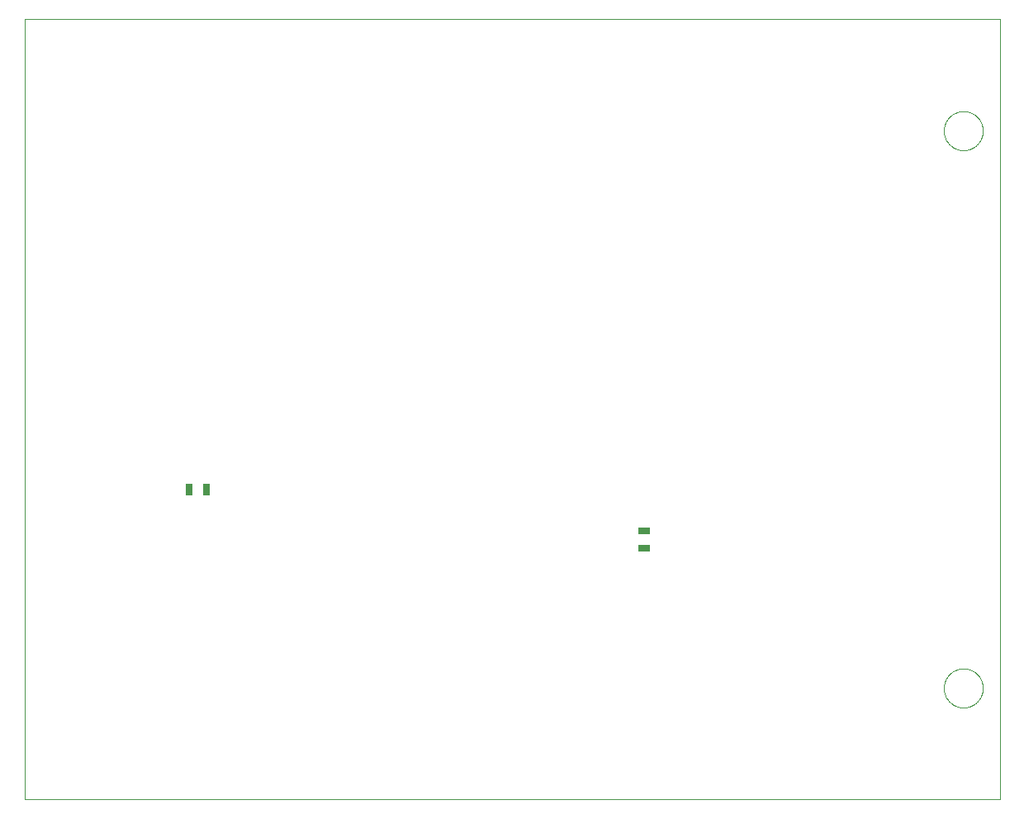
<source format=gtp>
G75*
%MOIN*%
%OFA0B0*%
%FSLAX25Y25*%
%IPPOS*%
%LPD*%
%AMOC8*
5,1,8,0,0,1.08239X$1,22.5*
%
%ADD10C,0.00000*%
%ADD11R,0.03150X0.04724*%
%ADD12R,0.04724X0.03150*%
D10*
X0001300Y0022263D02*
X0001300Y0337223D01*
X0395001Y0337223D01*
X0395001Y0022263D01*
X0001300Y0022263D01*
X0372442Y0067263D02*
X0372444Y0067456D01*
X0372451Y0067649D01*
X0372463Y0067842D01*
X0372480Y0068035D01*
X0372501Y0068227D01*
X0372527Y0068418D01*
X0372558Y0068609D01*
X0372593Y0068799D01*
X0372633Y0068988D01*
X0372678Y0069176D01*
X0372727Y0069363D01*
X0372781Y0069549D01*
X0372839Y0069733D01*
X0372902Y0069916D01*
X0372970Y0070097D01*
X0373041Y0070276D01*
X0373118Y0070454D01*
X0373198Y0070630D01*
X0373283Y0070803D01*
X0373372Y0070975D01*
X0373465Y0071144D01*
X0373562Y0071311D01*
X0373664Y0071476D01*
X0373769Y0071638D01*
X0373878Y0071797D01*
X0373992Y0071954D01*
X0374109Y0072107D01*
X0374229Y0072258D01*
X0374354Y0072406D01*
X0374482Y0072551D01*
X0374613Y0072692D01*
X0374748Y0072831D01*
X0374887Y0072966D01*
X0375028Y0073097D01*
X0375173Y0073225D01*
X0375321Y0073350D01*
X0375472Y0073470D01*
X0375625Y0073587D01*
X0375782Y0073701D01*
X0375941Y0073810D01*
X0376103Y0073915D01*
X0376268Y0074017D01*
X0376435Y0074114D01*
X0376604Y0074207D01*
X0376776Y0074296D01*
X0376949Y0074381D01*
X0377125Y0074461D01*
X0377303Y0074538D01*
X0377482Y0074609D01*
X0377663Y0074677D01*
X0377846Y0074740D01*
X0378030Y0074798D01*
X0378216Y0074852D01*
X0378403Y0074901D01*
X0378591Y0074946D01*
X0378780Y0074986D01*
X0378970Y0075021D01*
X0379161Y0075052D01*
X0379352Y0075078D01*
X0379544Y0075099D01*
X0379737Y0075116D01*
X0379930Y0075128D01*
X0380123Y0075135D01*
X0380316Y0075137D01*
X0380509Y0075135D01*
X0380702Y0075128D01*
X0380895Y0075116D01*
X0381088Y0075099D01*
X0381280Y0075078D01*
X0381471Y0075052D01*
X0381662Y0075021D01*
X0381852Y0074986D01*
X0382041Y0074946D01*
X0382229Y0074901D01*
X0382416Y0074852D01*
X0382602Y0074798D01*
X0382786Y0074740D01*
X0382969Y0074677D01*
X0383150Y0074609D01*
X0383329Y0074538D01*
X0383507Y0074461D01*
X0383683Y0074381D01*
X0383856Y0074296D01*
X0384028Y0074207D01*
X0384197Y0074114D01*
X0384364Y0074017D01*
X0384529Y0073915D01*
X0384691Y0073810D01*
X0384850Y0073701D01*
X0385007Y0073587D01*
X0385160Y0073470D01*
X0385311Y0073350D01*
X0385459Y0073225D01*
X0385604Y0073097D01*
X0385745Y0072966D01*
X0385884Y0072831D01*
X0386019Y0072692D01*
X0386150Y0072551D01*
X0386278Y0072406D01*
X0386403Y0072258D01*
X0386523Y0072107D01*
X0386640Y0071954D01*
X0386754Y0071797D01*
X0386863Y0071638D01*
X0386968Y0071476D01*
X0387070Y0071311D01*
X0387167Y0071144D01*
X0387260Y0070975D01*
X0387349Y0070803D01*
X0387434Y0070630D01*
X0387514Y0070454D01*
X0387591Y0070276D01*
X0387662Y0070097D01*
X0387730Y0069916D01*
X0387793Y0069733D01*
X0387851Y0069549D01*
X0387905Y0069363D01*
X0387954Y0069176D01*
X0387999Y0068988D01*
X0388039Y0068799D01*
X0388074Y0068609D01*
X0388105Y0068418D01*
X0388131Y0068227D01*
X0388152Y0068035D01*
X0388169Y0067842D01*
X0388181Y0067649D01*
X0388188Y0067456D01*
X0388190Y0067263D01*
X0388188Y0067070D01*
X0388181Y0066877D01*
X0388169Y0066684D01*
X0388152Y0066491D01*
X0388131Y0066299D01*
X0388105Y0066108D01*
X0388074Y0065917D01*
X0388039Y0065727D01*
X0387999Y0065538D01*
X0387954Y0065350D01*
X0387905Y0065163D01*
X0387851Y0064977D01*
X0387793Y0064793D01*
X0387730Y0064610D01*
X0387662Y0064429D01*
X0387591Y0064250D01*
X0387514Y0064072D01*
X0387434Y0063896D01*
X0387349Y0063723D01*
X0387260Y0063551D01*
X0387167Y0063382D01*
X0387070Y0063215D01*
X0386968Y0063050D01*
X0386863Y0062888D01*
X0386754Y0062729D01*
X0386640Y0062572D01*
X0386523Y0062419D01*
X0386403Y0062268D01*
X0386278Y0062120D01*
X0386150Y0061975D01*
X0386019Y0061834D01*
X0385884Y0061695D01*
X0385745Y0061560D01*
X0385604Y0061429D01*
X0385459Y0061301D01*
X0385311Y0061176D01*
X0385160Y0061056D01*
X0385007Y0060939D01*
X0384850Y0060825D01*
X0384691Y0060716D01*
X0384529Y0060611D01*
X0384364Y0060509D01*
X0384197Y0060412D01*
X0384028Y0060319D01*
X0383856Y0060230D01*
X0383683Y0060145D01*
X0383507Y0060065D01*
X0383329Y0059988D01*
X0383150Y0059917D01*
X0382969Y0059849D01*
X0382786Y0059786D01*
X0382602Y0059728D01*
X0382416Y0059674D01*
X0382229Y0059625D01*
X0382041Y0059580D01*
X0381852Y0059540D01*
X0381662Y0059505D01*
X0381471Y0059474D01*
X0381280Y0059448D01*
X0381088Y0059427D01*
X0380895Y0059410D01*
X0380702Y0059398D01*
X0380509Y0059391D01*
X0380316Y0059389D01*
X0380123Y0059391D01*
X0379930Y0059398D01*
X0379737Y0059410D01*
X0379544Y0059427D01*
X0379352Y0059448D01*
X0379161Y0059474D01*
X0378970Y0059505D01*
X0378780Y0059540D01*
X0378591Y0059580D01*
X0378403Y0059625D01*
X0378216Y0059674D01*
X0378030Y0059728D01*
X0377846Y0059786D01*
X0377663Y0059849D01*
X0377482Y0059917D01*
X0377303Y0059988D01*
X0377125Y0060065D01*
X0376949Y0060145D01*
X0376776Y0060230D01*
X0376604Y0060319D01*
X0376435Y0060412D01*
X0376268Y0060509D01*
X0376103Y0060611D01*
X0375941Y0060716D01*
X0375782Y0060825D01*
X0375625Y0060939D01*
X0375472Y0061056D01*
X0375321Y0061176D01*
X0375173Y0061301D01*
X0375028Y0061429D01*
X0374887Y0061560D01*
X0374748Y0061695D01*
X0374613Y0061834D01*
X0374482Y0061975D01*
X0374354Y0062120D01*
X0374229Y0062268D01*
X0374109Y0062419D01*
X0373992Y0062572D01*
X0373878Y0062729D01*
X0373769Y0062888D01*
X0373664Y0063050D01*
X0373562Y0063215D01*
X0373465Y0063382D01*
X0373372Y0063551D01*
X0373283Y0063723D01*
X0373198Y0063896D01*
X0373118Y0064072D01*
X0373041Y0064250D01*
X0372970Y0064429D01*
X0372902Y0064610D01*
X0372839Y0064793D01*
X0372781Y0064977D01*
X0372727Y0065163D01*
X0372678Y0065350D01*
X0372633Y0065538D01*
X0372593Y0065727D01*
X0372558Y0065917D01*
X0372527Y0066108D01*
X0372501Y0066299D01*
X0372480Y0066491D01*
X0372463Y0066684D01*
X0372451Y0066877D01*
X0372444Y0067070D01*
X0372442Y0067263D01*
X0372442Y0292263D02*
X0372444Y0292456D01*
X0372451Y0292649D01*
X0372463Y0292842D01*
X0372480Y0293035D01*
X0372501Y0293227D01*
X0372527Y0293418D01*
X0372558Y0293609D01*
X0372593Y0293799D01*
X0372633Y0293988D01*
X0372678Y0294176D01*
X0372727Y0294363D01*
X0372781Y0294549D01*
X0372839Y0294733D01*
X0372902Y0294916D01*
X0372970Y0295097D01*
X0373041Y0295276D01*
X0373118Y0295454D01*
X0373198Y0295630D01*
X0373283Y0295803D01*
X0373372Y0295975D01*
X0373465Y0296144D01*
X0373562Y0296311D01*
X0373664Y0296476D01*
X0373769Y0296638D01*
X0373878Y0296797D01*
X0373992Y0296954D01*
X0374109Y0297107D01*
X0374229Y0297258D01*
X0374354Y0297406D01*
X0374482Y0297551D01*
X0374613Y0297692D01*
X0374748Y0297831D01*
X0374887Y0297966D01*
X0375028Y0298097D01*
X0375173Y0298225D01*
X0375321Y0298350D01*
X0375472Y0298470D01*
X0375625Y0298587D01*
X0375782Y0298701D01*
X0375941Y0298810D01*
X0376103Y0298915D01*
X0376268Y0299017D01*
X0376435Y0299114D01*
X0376604Y0299207D01*
X0376776Y0299296D01*
X0376949Y0299381D01*
X0377125Y0299461D01*
X0377303Y0299538D01*
X0377482Y0299609D01*
X0377663Y0299677D01*
X0377846Y0299740D01*
X0378030Y0299798D01*
X0378216Y0299852D01*
X0378403Y0299901D01*
X0378591Y0299946D01*
X0378780Y0299986D01*
X0378970Y0300021D01*
X0379161Y0300052D01*
X0379352Y0300078D01*
X0379544Y0300099D01*
X0379737Y0300116D01*
X0379930Y0300128D01*
X0380123Y0300135D01*
X0380316Y0300137D01*
X0380509Y0300135D01*
X0380702Y0300128D01*
X0380895Y0300116D01*
X0381088Y0300099D01*
X0381280Y0300078D01*
X0381471Y0300052D01*
X0381662Y0300021D01*
X0381852Y0299986D01*
X0382041Y0299946D01*
X0382229Y0299901D01*
X0382416Y0299852D01*
X0382602Y0299798D01*
X0382786Y0299740D01*
X0382969Y0299677D01*
X0383150Y0299609D01*
X0383329Y0299538D01*
X0383507Y0299461D01*
X0383683Y0299381D01*
X0383856Y0299296D01*
X0384028Y0299207D01*
X0384197Y0299114D01*
X0384364Y0299017D01*
X0384529Y0298915D01*
X0384691Y0298810D01*
X0384850Y0298701D01*
X0385007Y0298587D01*
X0385160Y0298470D01*
X0385311Y0298350D01*
X0385459Y0298225D01*
X0385604Y0298097D01*
X0385745Y0297966D01*
X0385884Y0297831D01*
X0386019Y0297692D01*
X0386150Y0297551D01*
X0386278Y0297406D01*
X0386403Y0297258D01*
X0386523Y0297107D01*
X0386640Y0296954D01*
X0386754Y0296797D01*
X0386863Y0296638D01*
X0386968Y0296476D01*
X0387070Y0296311D01*
X0387167Y0296144D01*
X0387260Y0295975D01*
X0387349Y0295803D01*
X0387434Y0295630D01*
X0387514Y0295454D01*
X0387591Y0295276D01*
X0387662Y0295097D01*
X0387730Y0294916D01*
X0387793Y0294733D01*
X0387851Y0294549D01*
X0387905Y0294363D01*
X0387954Y0294176D01*
X0387999Y0293988D01*
X0388039Y0293799D01*
X0388074Y0293609D01*
X0388105Y0293418D01*
X0388131Y0293227D01*
X0388152Y0293035D01*
X0388169Y0292842D01*
X0388181Y0292649D01*
X0388188Y0292456D01*
X0388190Y0292263D01*
X0388188Y0292070D01*
X0388181Y0291877D01*
X0388169Y0291684D01*
X0388152Y0291491D01*
X0388131Y0291299D01*
X0388105Y0291108D01*
X0388074Y0290917D01*
X0388039Y0290727D01*
X0387999Y0290538D01*
X0387954Y0290350D01*
X0387905Y0290163D01*
X0387851Y0289977D01*
X0387793Y0289793D01*
X0387730Y0289610D01*
X0387662Y0289429D01*
X0387591Y0289250D01*
X0387514Y0289072D01*
X0387434Y0288896D01*
X0387349Y0288723D01*
X0387260Y0288551D01*
X0387167Y0288382D01*
X0387070Y0288215D01*
X0386968Y0288050D01*
X0386863Y0287888D01*
X0386754Y0287729D01*
X0386640Y0287572D01*
X0386523Y0287419D01*
X0386403Y0287268D01*
X0386278Y0287120D01*
X0386150Y0286975D01*
X0386019Y0286834D01*
X0385884Y0286695D01*
X0385745Y0286560D01*
X0385604Y0286429D01*
X0385459Y0286301D01*
X0385311Y0286176D01*
X0385160Y0286056D01*
X0385007Y0285939D01*
X0384850Y0285825D01*
X0384691Y0285716D01*
X0384529Y0285611D01*
X0384364Y0285509D01*
X0384197Y0285412D01*
X0384028Y0285319D01*
X0383856Y0285230D01*
X0383683Y0285145D01*
X0383507Y0285065D01*
X0383329Y0284988D01*
X0383150Y0284917D01*
X0382969Y0284849D01*
X0382786Y0284786D01*
X0382602Y0284728D01*
X0382416Y0284674D01*
X0382229Y0284625D01*
X0382041Y0284580D01*
X0381852Y0284540D01*
X0381662Y0284505D01*
X0381471Y0284474D01*
X0381280Y0284448D01*
X0381088Y0284427D01*
X0380895Y0284410D01*
X0380702Y0284398D01*
X0380509Y0284391D01*
X0380316Y0284389D01*
X0380123Y0284391D01*
X0379930Y0284398D01*
X0379737Y0284410D01*
X0379544Y0284427D01*
X0379352Y0284448D01*
X0379161Y0284474D01*
X0378970Y0284505D01*
X0378780Y0284540D01*
X0378591Y0284580D01*
X0378403Y0284625D01*
X0378216Y0284674D01*
X0378030Y0284728D01*
X0377846Y0284786D01*
X0377663Y0284849D01*
X0377482Y0284917D01*
X0377303Y0284988D01*
X0377125Y0285065D01*
X0376949Y0285145D01*
X0376776Y0285230D01*
X0376604Y0285319D01*
X0376435Y0285412D01*
X0376268Y0285509D01*
X0376103Y0285611D01*
X0375941Y0285716D01*
X0375782Y0285825D01*
X0375625Y0285939D01*
X0375472Y0286056D01*
X0375321Y0286176D01*
X0375173Y0286301D01*
X0375028Y0286429D01*
X0374887Y0286560D01*
X0374748Y0286695D01*
X0374613Y0286834D01*
X0374482Y0286975D01*
X0374354Y0287120D01*
X0374229Y0287268D01*
X0374109Y0287419D01*
X0373992Y0287572D01*
X0373878Y0287729D01*
X0373769Y0287888D01*
X0373664Y0288050D01*
X0373562Y0288215D01*
X0373465Y0288382D01*
X0373372Y0288551D01*
X0373283Y0288723D01*
X0373198Y0288896D01*
X0373118Y0289072D01*
X0373041Y0289250D01*
X0372970Y0289429D01*
X0372902Y0289610D01*
X0372839Y0289793D01*
X0372781Y0289977D01*
X0372727Y0290163D01*
X0372678Y0290350D01*
X0372633Y0290538D01*
X0372593Y0290727D01*
X0372558Y0290917D01*
X0372527Y0291108D01*
X0372501Y0291299D01*
X0372480Y0291491D01*
X0372463Y0291684D01*
X0372451Y0291877D01*
X0372444Y0292070D01*
X0372442Y0292263D01*
D11*
X0074843Y0147263D03*
X0067757Y0147263D03*
D12*
X0251300Y0130806D03*
X0251300Y0123719D03*
M02*

</source>
